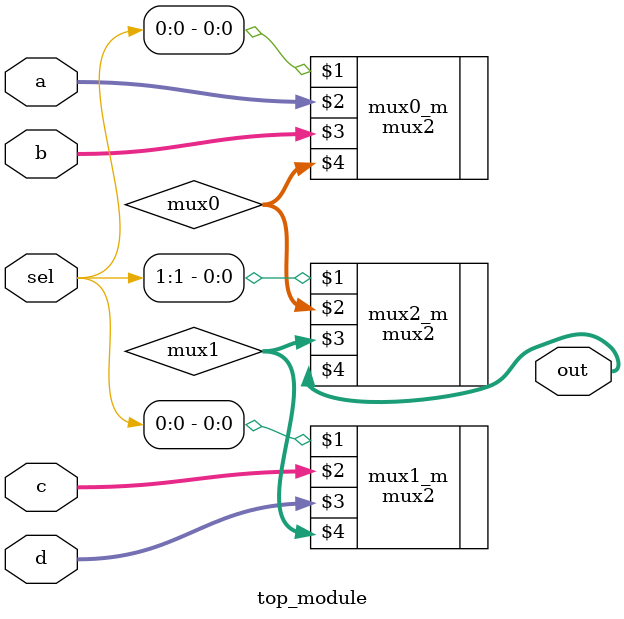
<source format=v>
module top_module (
    input [1:0] sel,
    input [7:0] a,
    input [7:0] b,
    input [7:0] c,
    input [7:0] d,
    output [7:0] out  ); //

    wire [7:0] mux0, mux1;
    mux2 mux0_m ( sel[0],    a,    b, mux0 );
    mux2 mux1_m ( sel[0],    c,    d, mux1 );
    mux2 mux2_m ( sel[1], mux0, mux1,  out );

endmodule

</source>
